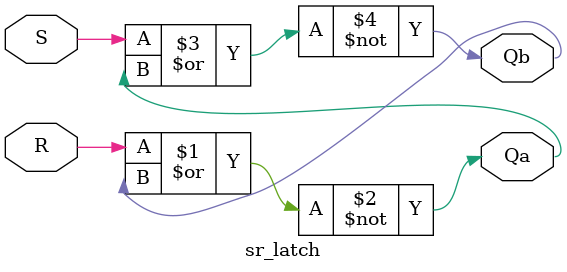
<source format=sv>
module sr_latch(
    input logic R,
    input logic S,
    output logic Qa,
    output logic Qb
);

    nor (Qa, R, Qb);
    nor (Qb, S, Qa);

endmodule : sr_latch
</source>
